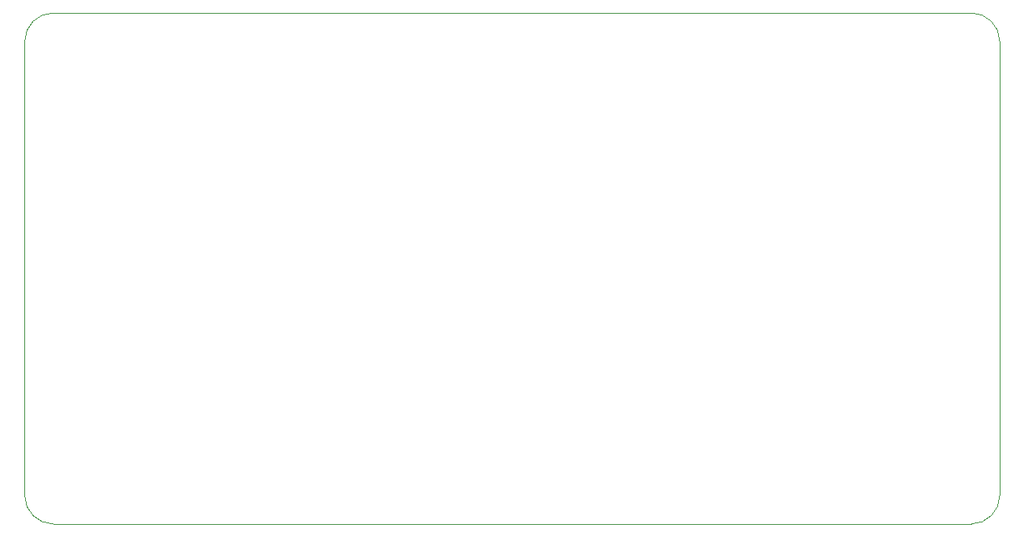
<source format=gm1>
G04 #@! TF.GenerationSoftware,KiCad,Pcbnew,5.1.9+dfsg1-1~bpo10+1*
G04 #@! TF.CreationDate,2022-03-28T22:50:56+02:00*
G04 #@! TF.ProjectId,serial-wio,73657269-616c-42d7-9769-6f2e6b696361,rev?*
G04 #@! TF.SameCoordinates,Original*
G04 #@! TF.FileFunction,Profile,NP*
%FSLAX46Y46*%
G04 Gerber Fmt 4.6, Leading zero omitted, Abs format (unit mm)*
G04 Created by KiCad (PCBNEW 5.1.9+dfsg1-1~bpo10+1) date 2022-03-28 22:50:56*
%MOMM*%
%LPD*%
G01*
G04 APERTURE LIST*
G04 #@! TA.AperFunction,Profile*
%ADD10C,0.050000*%
G04 #@! TD*
G04 APERTURE END LIST*
D10*
X180930000Y-58880000D02*
X180930000Y-106380000D01*
X78930000Y-58880000D02*
X78930000Y-105880000D01*
X180930000Y-106380000D02*
G75*
G02*
X177930000Y-109380000I-3000000J0D01*
G01*
X177930000Y-55880000D02*
G75*
G02*
X180930000Y-58880000I0J-3000000D01*
G01*
X78930000Y-58880000D02*
G75*
G02*
X81930000Y-55880000I3000000J0D01*
G01*
X81930000Y-109380000D02*
G75*
G02*
X78930000Y-106380000I0J3000000D01*
G01*
X81930000Y-109380000D02*
X177930000Y-109380000D01*
X78930000Y-105880000D02*
X78930000Y-106380000D01*
X81930000Y-55880000D02*
X177930000Y-55880000D01*
M02*

</source>
